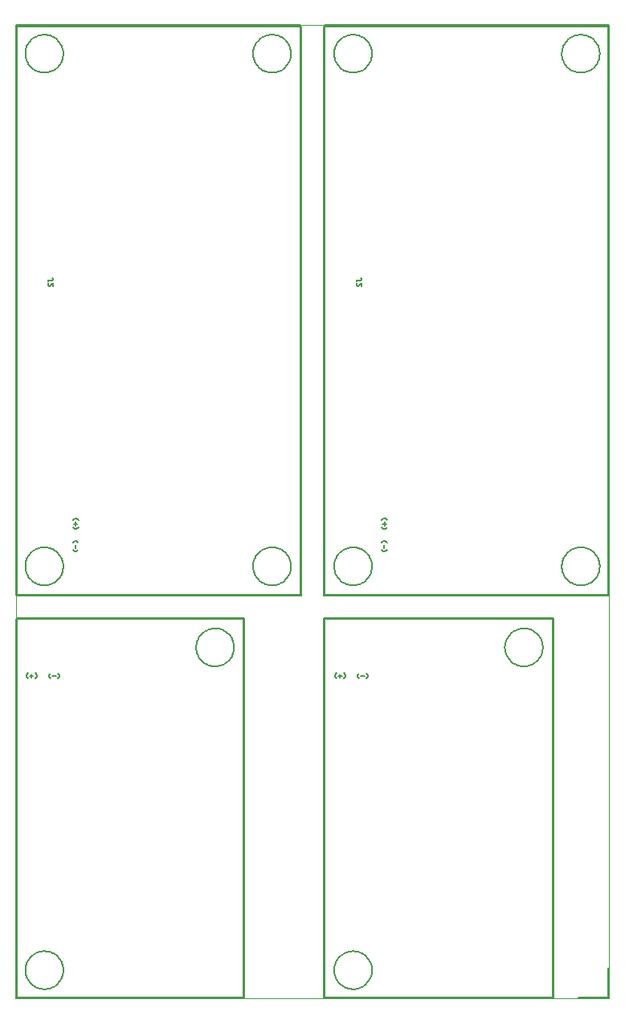
<source format=gbo>
G75*
G70*
%OFA0B0*%
%FSLAX25Y25*%
%IPPOS*%
%LPD*%
%AMOC8*
5,1,8,0,0,1.08239X$1,22.5*
%
%ADD679C,0.00800*%
X0010000Y0010000D02*
G75*
%LPD*%
D679*
X0104490Y0167480D02*
X0104490Y0010000D01*
X0010000Y0010000D01*
X0010000Y0167480D01*
X0104490Y0167480D01*
X0100550Y0155660D02*
X0100530Y0155100D01*
X0100470Y0154550D01*
X0100370Y0154010D01*
X0100240Y0153470D01*
X0100060Y0152940D01*
X0099850Y0152430D01*
X0099610Y0151930D01*
X0099330Y0151450D01*
X0099010Y0150990D01*
X0098670Y0150550D01*
X0098290Y0150140D01*
X0097890Y0149760D01*
X0097460Y0149410D01*
X0097010Y0149090D01*
X0096530Y0148800D01*
X0096040Y0148540D01*
X0095530Y0148320D01*
X0095010Y0148140D01*
X0094470Y0148000D01*
X0093920Y0147890D01*
X0093370Y0147820D01*
X0092820Y0147790D01*
X0092260Y0147800D01*
X0091710Y0147850D01*
X0091160Y0147940D01*
X0090620Y0148060D01*
X0090090Y0148230D01*
X0089570Y0148430D01*
X0089070Y0148670D01*
X0088590Y0148940D01*
X0088120Y0149240D01*
X0087680Y0149580D01*
X0087260Y0149950D01*
X0086880Y0150350D01*
X0086510Y0150770D01*
X0086180Y0151220D01*
X0085890Y0151680D01*
X0085620Y0152170D01*
X0085400Y0152680D01*
X0085200Y0153200D01*
X0085050Y0153740D01*
X0084930Y0154280D01*
X0084850Y0154830D01*
X0084810Y0155380D01*
X0084810Y0155940D01*
X0084850Y0156490D01*
X0084930Y0157040D01*
X0085050Y0157580D01*
X0085200Y0158120D01*
X0085400Y0158640D01*
X0085620Y0159150D01*
X0085890Y0159640D01*
X0086180Y0160100D01*
X0086510Y0160550D01*
X0086880Y0160970D01*
X0087260Y0161370D01*
X0087680Y0161740D01*
X0088120Y0162080D01*
X0088590Y0162380D01*
X0089070Y0162650D01*
X0089570Y0162890D01*
X0090090Y0163090D01*
X0090620Y0163260D01*
X0091160Y0163380D01*
X0091710Y0163470D01*
X0092260Y0163520D01*
X0092820Y0163530D01*
X0093370Y0163500D01*
X0093920Y0163430D01*
X0094470Y0163320D01*
X0095010Y0163180D01*
X0095530Y0163000D01*
X0096040Y0162780D01*
X0096530Y0162520D01*
X0097010Y0162230D01*
X0097460Y0161910D01*
X0097890Y0161560D01*
X0098290Y0161180D01*
X0098670Y0160770D01*
X0099010Y0160330D01*
X0099330Y0159870D01*
X0099610Y0159390D01*
X0099850Y0158890D01*
X0100060Y0158380D01*
X0100240Y0157850D01*
X0100370Y0157310D01*
X0100470Y0156770D01*
X0100530Y0156220D01*
X0100550Y0155660D01*
X0029680Y0021810D02*
X0029660Y0021250D01*
X0029600Y0020700D01*
X0029500Y0020160D01*
X0029370Y0019620D01*
X0029190Y0019090D01*
X0028980Y0018580D01*
X0028740Y0018080D01*
X0028460Y0017600D01*
X0028140Y0017140D01*
X0027800Y0016700D01*
X0027420Y0016290D01*
X0027020Y0015910D01*
X0026590Y0015560D01*
X0026140Y0015240D01*
X0025660Y0014950D01*
X0025170Y0014690D01*
X0024660Y0014470D01*
X0024140Y0014290D01*
X0023600Y0014150D01*
X0023050Y0014040D01*
X0022500Y0013970D01*
X0021950Y0013940D01*
X0021390Y0013950D01*
X0020840Y0014000D01*
X0020290Y0014090D01*
X0019750Y0014210D01*
X0019220Y0014380D01*
X0018700Y0014580D01*
X0018200Y0014820D01*
X0017720Y0015090D01*
X0017250Y0015390D01*
X0016810Y0015730D01*
X0016390Y0016100D01*
X0016010Y0016500D01*
X0015640Y0016920D01*
X0015310Y0017370D01*
X0015020Y0017830D01*
X0014750Y0018320D01*
X0014530Y0018830D01*
X0014330Y0019350D01*
X0014180Y0019890D01*
X0014060Y0020430D01*
X0013980Y0020980D01*
X0013940Y0021530D01*
X0013940Y0022090D01*
X0013980Y0022640D01*
X0014060Y0023190D01*
X0014180Y0023730D01*
X0014330Y0024270D01*
X0014530Y0024790D01*
X0014750Y0025300D01*
X0015020Y0025790D01*
X0015310Y0026250D01*
X0015640Y0026700D01*
X0016010Y0027120D01*
X0016390Y0027520D01*
X0016810Y0027890D01*
X0017250Y0028230D01*
X0017720Y0028530D01*
X0018200Y0028800D01*
X0018700Y0029040D01*
X0019220Y0029240D01*
X0019750Y0029410D01*
X0020290Y0029530D01*
X0020840Y0029620D01*
X0021390Y0029670D01*
X0021950Y0029680D01*
X0022500Y0029650D01*
X0023050Y0029580D01*
X0023600Y0029470D01*
X0024140Y0029330D01*
X0024660Y0029150D01*
X0025170Y0028930D01*
X0025660Y0028670D01*
X0026140Y0028380D01*
X0026590Y0028060D01*
X0027020Y0027710D01*
X0027420Y0027330D01*
X0027800Y0026920D01*
X0028140Y0026480D01*
X0028460Y0026020D01*
X0028740Y0025540D01*
X0028980Y0025040D01*
X0029190Y0024530D01*
X0029370Y0024000D01*
X0029500Y0023460D01*
X0029600Y0022920D01*
X0029660Y0022370D01*
X0029680Y0021810D01*
D679*
X0027350Y0142710D02*
X0028080Y0143440D01*
X0028080Y0144180D01*
X0027350Y0144910D01*
X0026600Y0143810D02*
X0025140Y0143810D01*
X0024400Y0142710D02*
X0023660Y0143440D01*
X0023660Y0144180D01*
X0024400Y0144910D01*
X0018680Y0144280D02*
X0017950Y0145010D01*
X0018680Y0144280D02*
X0018680Y0143540D01*
X0017950Y0142810D01*
X0017200Y0143910D02*
X0015740Y0143910D01*
X0016470Y0143180D02*
X0016470Y0144640D01*
X0015000Y0145010D02*
X0014260Y0144280D01*
X0014260Y0143540D01*
X0015000Y0142810D01*
D679*
X0010400Y0010400D02*
X0010400Y0167880D01*
X0010400Y0167880D02*
X0104890Y0167880D01*
X0104890Y0010400D01*
X0010400Y0010400D01*
X0010000Y0177480D02*
G75*
%LPD*%
D679*
X0128110Y0177480D02*
X0010000Y0177480D01*
X0010000Y0413700D01*
X0128110Y0413700D01*
X0128110Y0177480D01*
X0116300Y0181420D02*
X0115740Y0181440D01*
X0115190Y0181500D01*
X0114650Y0181600D01*
X0114110Y0181730D01*
X0113580Y0181910D01*
X0113070Y0182120D01*
X0112570Y0182360D01*
X0112090Y0182640D01*
X0111630Y0182960D01*
X0111190Y0183300D01*
X0110780Y0183680D01*
X0110400Y0184080D01*
X0110050Y0184510D01*
X0109730Y0184960D01*
X0109440Y0185440D01*
X0109180Y0185930D01*
X0108960Y0186440D01*
X0108780Y0186960D01*
X0108640Y0187500D01*
X0108530Y0188050D01*
X0108460Y0188600D01*
X0108430Y0189150D01*
X0108440Y0189710D01*
X0108490Y0190260D01*
X0108580Y0190810D01*
X0108700Y0191350D01*
X0108870Y0191880D01*
X0109070Y0192400D01*
X0109310Y0192900D01*
X0109580Y0193380D01*
X0109880Y0193850D01*
X0110220Y0194290D01*
X0110590Y0194710D01*
X0110990Y0195090D01*
X0111410Y0195460D01*
X0111860Y0195790D01*
X0112320Y0196080D01*
X0112810Y0196350D01*
X0113320Y0196570D01*
X0113840Y0196770D01*
X0114380Y0196920D01*
X0114920Y0197040D01*
X0115470Y0197120D01*
X0116020Y0197160D01*
X0116580Y0197160D01*
X0117130Y0197120D01*
X0117680Y0197040D01*
X0118220Y0196920D01*
X0118760Y0196770D01*
X0119280Y0196570D01*
X0119790Y0196350D01*
X0120280Y0196080D01*
X0120740Y0195790D01*
X0121190Y0195460D01*
X0121610Y0195090D01*
X0122010Y0194710D01*
X0122380Y0194290D01*
X0122720Y0193850D01*
X0123020Y0193380D01*
X0123290Y0192900D01*
X0123530Y0192400D01*
X0123730Y0191880D01*
X0123900Y0191350D01*
X0124020Y0190810D01*
X0124110Y0190260D01*
X0124160Y0189710D01*
X0124170Y0189150D01*
X0124140Y0188600D01*
X0124070Y0188050D01*
X0123960Y0187500D01*
X0123820Y0186960D01*
X0123640Y0186440D01*
X0123420Y0185930D01*
X0123160Y0185440D01*
X0122870Y0184960D01*
X0122550Y0184510D01*
X0122200Y0184080D01*
X0121820Y0183680D01*
X0121410Y0183300D01*
X0120970Y0182960D01*
X0120510Y0182640D01*
X0120030Y0182360D01*
X0119530Y0182120D01*
X0119020Y0181910D01*
X0118490Y0181730D01*
X0117950Y0181600D01*
X0117410Y0181500D01*
X0116860Y0181440D01*
X0116300Y0181420D01*
X0021810Y0181420D02*
X0021250Y0181440D01*
X0020700Y0181500D01*
X0020160Y0181600D01*
X0019620Y0181730D01*
X0019090Y0181910D01*
X0018580Y0182120D01*
X0018080Y0182360D01*
X0017600Y0182640D01*
X0017140Y0182960D01*
X0016700Y0183300D01*
X0016290Y0183680D01*
X0015910Y0184080D01*
X0015560Y0184510D01*
X0015240Y0184960D01*
X0014950Y0185440D01*
X0014690Y0185930D01*
X0014470Y0186440D01*
X0014290Y0186960D01*
X0014150Y0187500D01*
X0014040Y0188050D01*
X0013970Y0188600D01*
X0013940Y0189150D01*
X0013950Y0189710D01*
X0014000Y0190260D01*
X0014090Y0190810D01*
X0014210Y0191350D01*
X0014380Y0191880D01*
X0014580Y0192400D01*
X0014820Y0192900D01*
X0015090Y0193380D01*
X0015390Y0193850D01*
X0015730Y0194290D01*
X0016100Y0194710D01*
X0016500Y0195090D01*
X0016920Y0195460D01*
X0017370Y0195790D01*
X0017830Y0196080D01*
X0018320Y0196350D01*
X0018830Y0196570D01*
X0019350Y0196770D01*
X0019890Y0196920D01*
X0020430Y0197040D01*
X0020980Y0197120D01*
X0021530Y0197160D01*
X0022090Y0197160D01*
X0022640Y0197120D01*
X0023190Y0197040D01*
X0023730Y0196920D01*
X0024270Y0196770D01*
X0024790Y0196570D01*
X0025300Y0196350D01*
X0025790Y0196080D01*
X0026250Y0195790D01*
X0026700Y0195460D01*
X0027120Y0195090D01*
X0027520Y0194710D01*
X0027890Y0194290D01*
X0028230Y0193850D01*
X0028530Y0193380D01*
X0028800Y0192900D01*
X0029040Y0192400D01*
X0029240Y0191880D01*
X0029410Y0191350D01*
X0029530Y0190810D01*
X0029620Y0190260D01*
X0029670Y0189710D01*
X0029680Y0189150D01*
X0029650Y0188600D01*
X0029580Y0188050D01*
X0029470Y0187500D01*
X0029330Y0186960D01*
X0029150Y0186440D01*
X0028930Y0185930D01*
X0028670Y0185440D01*
X0028380Y0184960D01*
X0028060Y0184510D01*
X0027710Y0184080D01*
X0027330Y0183680D01*
X0026920Y0183300D01*
X0026480Y0182960D01*
X0026020Y0182640D01*
X0025540Y0182360D01*
X0025040Y0182120D01*
X0024530Y0181910D01*
X0024000Y0181730D01*
X0023460Y0181600D01*
X0022920Y0181500D01*
X0022370Y0181440D01*
X0021810Y0181420D01*
X0021810Y0394020D02*
X0021250Y0394040D01*
X0020700Y0394100D01*
X0020160Y0394200D01*
X0019620Y0394330D01*
X0019090Y0394510D01*
X0018580Y0394720D01*
X0018080Y0394960D01*
X0017600Y0395240D01*
X0017140Y0395560D01*
X0016700Y0395900D01*
X0016290Y0396280D01*
X0015910Y0396680D01*
X0015560Y0397110D01*
X0015240Y0397560D01*
X0014950Y0398040D01*
X0014690Y0398530D01*
X0014470Y0399040D01*
X0014290Y0399560D01*
X0014150Y0400100D01*
X0014040Y0400650D01*
X0013970Y0401200D01*
X0013940Y0401750D01*
X0013950Y0402310D01*
X0014000Y0402860D01*
X0014090Y0403410D01*
X0014210Y0403950D01*
X0014380Y0404480D01*
X0014580Y0405000D01*
X0014820Y0405500D01*
X0015090Y0405980D01*
X0015390Y0406450D01*
X0015730Y0406890D01*
X0016100Y0407310D01*
X0016500Y0407690D01*
X0016920Y0408060D01*
X0017370Y0408390D01*
X0017830Y0408680D01*
X0018320Y0408950D01*
X0018830Y0409170D01*
X0019350Y0409370D01*
X0019890Y0409520D01*
X0020430Y0409640D01*
X0020980Y0409720D01*
X0021530Y0409760D01*
X0022090Y0409760D01*
X0022640Y0409720D01*
X0023190Y0409640D01*
X0023730Y0409520D01*
X0024270Y0409370D01*
X0024790Y0409170D01*
X0025300Y0408950D01*
X0025790Y0408680D01*
X0026250Y0408390D01*
X0026700Y0408060D01*
X0027120Y0407690D01*
X0027520Y0407310D01*
X0027890Y0406890D01*
X0028230Y0406450D01*
X0028530Y0405980D01*
X0028800Y0405500D01*
X0029040Y0405000D01*
X0029240Y0404480D01*
X0029410Y0403950D01*
X0029530Y0403410D01*
X0029620Y0402860D01*
X0029670Y0402310D01*
X0029680Y0401750D01*
X0029650Y0401200D01*
X0029580Y0400650D01*
X0029470Y0400100D01*
X0029330Y0399560D01*
X0029150Y0399040D01*
X0028930Y0398530D01*
X0028670Y0398040D01*
X0028380Y0397560D01*
X0028060Y0397110D01*
X0027710Y0396680D01*
X0027330Y0396280D01*
X0026920Y0395900D01*
X0026480Y0395560D01*
X0026020Y0395240D01*
X0025540Y0394960D01*
X0025040Y0394720D01*
X0024530Y0394510D01*
X0024000Y0394330D01*
X0023460Y0394200D01*
X0022920Y0394100D01*
X0022370Y0394040D01*
X0021810Y0394020D01*
X0116300Y0394020D02*
X0115740Y0394040D01*
X0115190Y0394100D01*
X0114650Y0394200D01*
X0114110Y0394330D01*
X0113580Y0394510D01*
X0113070Y0394720D01*
X0112570Y0394960D01*
X0112090Y0395240D01*
X0111630Y0395560D01*
X0111190Y0395900D01*
X0110780Y0396280D01*
X0110400Y0396680D01*
X0110050Y0397110D01*
X0109730Y0397560D01*
X0109440Y0398040D01*
X0109180Y0398530D01*
X0108960Y0399040D01*
X0108780Y0399560D01*
X0108640Y0400100D01*
X0108530Y0400650D01*
X0108460Y0401200D01*
X0108430Y0401750D01*
X0108440Y0402310D01*
X0108490Y0402860D01*
X0108580Y0403410D01*
X0108700Y0403950D01*
X0108870Y0404480D01*
X0109070Y0405000D01*
X0109310Y0405500D01*
X0109580Y0405980D01*
X0109880Y0406450D01*
X0110220Y0406890D01*
X0110590Y0407310D01*
X0110990Y0407690D01*
X0111410Y0408060D01*
X0111860Y0408390D01*
X0112320Y0408680D01*
X0112810Y0408950D01*
X0113320Y0409170D01*
X0113840Y0409370D01*
X0114380Y0409520D01*
X0114920Y0409640D01*
X0115470Y0409720D01*
X0116020Y0409760D01*
X0116580Y0409760D01*
X0117130Y0409720D01*
X0117680Y0409640D01*
X0118220Y0409520D01*
X0118760Y0409370D01*
X0119280Y0409170D01*
X0119790Y0408950D01*
X0120280Y0408680D01*
X0120740Y0408390D01*
X0121190Y0408060D01*
X0121610Y0407690D01*
X0122010Y0407310D01*
X0122380Y0406890D01*
X0122720Y0406450D01*
X0123020Y0405980D01*
X0123290Y0405500D01*
X0123530Y0405000D01*
X0123730Y0404480D01*
X0123900Y0403950D01*
X0124020Y0403410D01*
X0124110Y0402860D01*
X0124160Y0402310D01*
X0124170Y0401750D01*
X0124140Y0401200D01*
X0124070Y0400650D01*
X0123960Y0400100D01*
X0123820Y0399560D01*
X0123640Y0399040D01*
X0123420Y0398530D01*
X0123160Y0398040D01*
X0122870Y0397560D01*
X0122550Y0397110D01*
X0122200Y0396680D01*
X0121820Y0396280D01*
X0121410Y0395900D01*
X0120970Y0395560D01*
X0120510Y0395240D01*
X0120030Y0394960D01*
X0119530Y0394720D01*
X0119020Y0394510D01*
X0118490Y0394330D01*
X0117950Y0394200D01*
X0117410Y0394100D01*
X0116860Y0394040D01*
X0116300Y0394020D01*
D679*
X0035200Y0209150D02*
X0035930Y0208410D01*
X0035200Y0209150D02*
X0034470Y0209150D01*
X0033730Y0208410D01*
X0034830Y0207670D02*
X0034830Y0206210D01*
X0034100Y0206940D02*
X0035570Y0206940D01*
X0035930Y0205460D02*
X0035200Y0204730D01*
X0034470Y0204730D01*
X0033730Y0205460D01*
X0034370Y0199750D02*
X0033630Y0199010D01*
X0034370Y0199750D02*
X0035100Y0199750D01*
X0035830Y0199010D01*
X0034730Y0198270D02*
X0034730Y0196810D01*
X0033630Y0196060D02*
X0034370Y0195330D01*
X0035100Y0195330D01*
X0035830Y0196060D01*
D679*
X0025410Y0305350D02*
X0025410Y0306680D01*
X0024080Y0305350D01*
X0023740Y0305350D01*
X0023410Y0305680D01*
X0023410Y0306350D01*
X0023740Y0306680D01*
X0023410Y0307560D02*
X0023410Y0308220D01*
X0023410Y0307890D02*
X0025080Y0307890D01*
X0025410Y0308220D01*
X0025410Y0308560D01*
X0025080Y0308890D01*
D679*
X0010400Y0177080D02*
X0010400Y0413300D01*
X0010400Y0413300D02*
X0128510Y0413300D01*
X0128510Y0413300D02*
X0128510Y0177080D01*
X0010400Y0177080D01*
X0138110Y0010000D02*
G75*
%LPD*%
D679*
X0232600Y0167480D02*
X0232600Y0010000D01*
X0138110Y0010000D01*
X0138110Y0167480D01*
X0232600Y0167480D01*
X0228660Y0155660D02*
X0228640Y0155100D01*
X0228580Y0154550D01*
X0228480Y0154010D01*
X0228350Y0153470D01*
X0228170Y0152940D01*
X0227960Y0152430D01*
X0227720Y0151930D01*
X0227440Y0151450D01*
X0227120Y0150990D01*
X0226780Y0150550D01*
X0226400Y0150140D01*
X0226000Y0149760D01*
X0225570Y0149410D01*
X0225120Y0149090D01*
X0224640Y0148800D01*
X0224150Y0148540D01*
X0223640Y0148320D01*
X0223120Y0148140D01*
X0222580Y0148000D01*
X0222030Y0147890D01*
X0221480Y0147820D01*
X0220930Y0147790D01*
X0220370Y0147800D01*
X0219820Y0147850D01*
X0219270Y0147940D01*
X0218730Y0148060D01*
X0218200Y0148230D01*
X0217680Y0148430D01*
X0217180Y0148670D01*
X0216700Y0148940D01*
X0216230Y0149240D01*
X0215790Y0149580D01*
X0215370Y0149950D01*
X0214990Y0150350D01*
X0214620Y0150770D01*
X0214290Y0151220D01*
X0214000Y0151680D01*
X0213730Y0152170D01*
X0213510Y0152680D01*
X0213310Y0153200D01*
X0213160Y0153740D01*
X0213040Y0154280D01*
X0212960Y0154830D01*
X0212920Y0155380D01*
X0212920Y0155940D01*
X0212960Y0156490D01*
X0213040Y0157040D01*
X0213160Y0157580D01*
X0213310Y0158120D01*
X0213510Y0158640D01*
X0213730Y0159150D01*
X0214000Y0159640D01*
X0214290Y0160100D01*
X0214620Y0160550D01*
X0214990Y0160970D01*
X0215370Y0161370D01*
X0215790Y0161740D01*
X0216230Y0162080D01*
X0216700Y0162380D01*
X0217180Y0162650D01*
X0217680Y0162890D01*
X0218200Y0163090D01*
X0218730Y0163260D01*
X0219270Y0163380D01*
X0219820Y0163470D01*
X0220370Y0163520D01*
X0220930Y0163530D01*
X0221480Y0163500D01*
X0222030Y0163430D01*
X0222580Y0163320D01*
X0223120Y0163180D01*
X0223640Y0163000D01*
X0224150Y0162780D01*
X0224640Y0162520D01*
X0225120Y0162230D01*
X0225570Y0161910D01*
X0226000Y0161560D01*
X0226400Y0161180D01*
X0226780Y0160770D01*
X0227120Y0160330D01*
X0227440Y0159870D01*
X0227720Y0159390D01*
X0227960Y0158890D01*
X0228170Y0158380D01*
X0228350Y0157850D01*
X0228480Y0157310D01*
X0228580Y0156770D01*
X0228640Y0156220D01*
X0228660Y0155660D01*
X0157790Y0021810D02*
X0157770Y0021250D01*
X0157710Y0020700D01*
X0157610Y0020160D01*
X0157480Y0019620D01*
X0157300Y0019090D01*
X0157090Y0018580D01*
X0156850Y0018080D01*
X0156570Y0017600D01*
X0156250Y0017140D01*
X0155910Y0016700D01*
X0155530Y0016290D01*
X0155130Y0015910D01*
X0154700Y0015560D01*
X0154250Y0015240D01*
X0153770Y0014950D01*
X0153280Y0014690D01*
X0152770Y0014470D01*
X0152250Y0014290D01*
X0151710Y0014150D01*
X0151160Y0014040D01*
X0150610Y0013970D01*
X0150060Y0013940D01*
X0149500Y0013950D01*
X0148950Y0014000D01*
X0148400Y0014090D01*
X0147860Y0014210D01*
X0147330Y0014380D01*
X0146810Y0014580D01*
X0146310Y0014820D01*
X0145830Y0015090D01*
X0145360Y0015390D01*
X0144920Y0015730D01*
X0144500Y0016100D01*
X0144120Y0016500D01*
X0143750Y0016920D01*
X0143420Y0017370D01*
X0143130Y0017830D01*
X0142860Y0018320D01*
X0142640Y0018830D01*
X0142440Y0019350D01*
X0142290Y0019890D01*
X0142170Y0020430D01*
X0142090Y0020980D01*
X0142050Y0021530D01*
X0142050Y0022090D01*
X0142090Y0022640D01*
X0142170Y0023190D01*
X0142290Y0023730D01*
X0142440Y0024270D01*
X0142640Y0024790D01*
X0142860Y0025300D01*
X0143130Y0025790D01*
X0143420Y0026250D01*
X0143750Y0026700D01*
X0144120Y0027120D01*
X0144500Y0027520D01*
X0144920Y0027890D01*
X0145360Y0028230D01*
X0145830Y0028530D01*
X0146310Y0028800D01*
X0146810Y0029040D01*
X0147330Y0029240D01*
X0147860Y0029410D01*
X0148400Y0029530D01*
X0148950Y0029620D01*
X0149500Y0029670D01*
X0150060Y0029680D01*
X0150610Y0029650D01*
X0151160Y0029580D01*
X0151710Y0029470D01*
X0152250Y0029330D01*
X0152770Y0029150D01*
X0153280Y0028930D01*
X0153770Y0028670D01*
X0154250Y0028380D01*
X0154700Y0028060D01*
X0155130Y0027710D01*
X0155530Y0027330D01*
X0155910Y0026920D01*
X0156250Y0026480D01*
X0156570Y0026020D01*
X0156850Y0025540D01*
X0157090Y0025040D01*
X0157300Y0024530D01*
X0157480Y0024000D01*
X0157610Y0023460D01*
X0157710Y0022920D01*
X0157770Y0022370D01*
X0157790Y0021810D01*
D679*
X0155460Y0142710D02*
X0156190Y0143440D01*
X0156190Y0144180D01*
X0155460Y0144910D01*
X0154710Y0143810D02*
X0153250Y0143810D01*
X0152510Y0142710D02*
X0151770Y0143440D01*
X0151770Y0144180D01*
X0152510Y0144910D01*
X0146790Y0144280D02*
X0146060Y0145010D01*
X0146790Y0144280D02*
X0146790Y0143540D01*
X0146060Y0142810D01*
X0145310Y0143910D02*
X0143850Y0143910D01*
X0144580Y0143180D02*
X0144580Y0144640D01*
X0143110Y0145010D02*
X0142370Y0144280D01*
X0142370Y0143540D01*
X0143110Y0142810D01*
D679*
X0137710Y0010400D02*
X0137710Y0167880D01*
X0233000Y0167880D01*
X0233000Y0010400D01*
X0137710Y0010400D01*
X0138110Y0177480D02*
G75*
%LPD*%
D679*
X0256220Y0177480D02*
X0138110Y0177480D01*
X0138110Y0413700D01*
X0256220Y0413700D01*
X0256220Y0177480D01*
X0244410Y0181420D02*
X0243850Y0181440D01*
X0243300Y0181500D01*
X0242760Y0181600D01*
X0242220Y0181730D01*
X0241690Y0181910D01*
X0241180Y0182120D01*
X0240680Y0182360D01*
X0240200Y0182640D01*
X0239740Y0182960D01*
X0239300Y0183300D01*
X0238890Y0183680D01*
X0238510Y0184080D01*
X0238160Y0184510D01*
X0237840Y0184960D01*
X0237550Y0185440D01*
X0237290Y0185930D01*
X0237070Y0186440D01*
X0236890Y0186960D01*
X0236750Y0187500D01*
X0236640Y0188050D01*
X0236570Y0188600D01*
X0236540Y0189150D01*
X0236550Y0189710D01*
X0236600Y0190260D01*
X0236690Y0190810D01*
X0236810Y0191350D01*
X0236980Y0191880D01*
X0237180Y0192400D01*
X0237420Y0192900D01*
X0237690Y0193380D01*
X0237990Y0193850D01*
X0238330Y0194290D01*
X0238700Y0194710D01*
X0239100Y0195090D01*
X0239520Y0195460D01*
X0239970Y0195790D01*
X0240430Y0196080D01*
X0240920Y0196350D01*
X0241430Y0196570D01*
X0241950Y0196770D01*
X0242490Y0196920D01*
X0243030Y0197040D01*
X0243580Y0197120D01*
X0244130Y0197160D01*
X0244690Y0197160D01*
X0245240Y0197120D01*
X0245790Y0197040D01*
X0246330Y0196920D01*
X0246870Y0196770D01*
X0247390Y0196570D01*
X0247900Y0196350D01*
X0248390Y0196080D01*
X0248850Y0195790D01*
X0249300Y0195460D01*
X0249720Y0195090D01*
X0250120Y0194710D01*
X0250490Y0194290D01*
X0250830Y0193850D01*
X0251130Y0193380D01*
X0251400Y0192900D01*
X0251640Y0192400D01*
X0251840Y0191880D01*
X0252010Y0191350D01*
X0252130Y0190810D01*
X0252220Y0190260D01*
X0252270Y0189710D01*
X0252280Y0189150D01*
X0252250Y0188600D01*
X0252180Y0188050D01*
X0252070Y0187500D01*
X0251930Y0186960D01*
X0251750Y0186440D01*
X0251530Y0185930D01*
X0251270Y0185440D01*
X0250980Y0184960D01*
X0250660Y0184510D01*
X0250310Y0184080D01*
X0249930Y0183680D01*
X0249520Y0183300D01*
X0249080Y0182960D01*
X0248620Y0182640D01*
X0248140Y0182360D01*
X0247640Y0182120D01*
X0247130Y0181910D01*
X0246600Y0181730D01*
X0246060Y0181600D01*
X0245520Y0181500D01*
X0244970Y0181440D01*
X0244410Y0181420D01*
X0149920Y0181420D02*
X0149360Y0181440D01*
X0148810Y0181500D01*
X0148270Y0181600D01*
X0147730Y0181730D01*
X0147200Y0181910D01*
X0146690Y0182120D01*
X0146190Y0182360D01*
X0145710Y0182640D01*
X0145250Y0182960D01*
X0144810Y0183300D01*
X0144400Y0183680D01*
X0144020Y0184080D01*
X0143670Y0184510D01*
X0143350Y0184960D01*
X0143060Y0185440D01*
X0142800Y0185930D01*
X0142580Y0186440D01*
X0142400Y0186960D01*
X0142260Y0187500D01*
X0142150Y0188050D01*
X0142080Y0188600D01*
X0142050Y0189150D01*
X0142060Y0189710D01*
X0142110Y0190260D01*
X0142200Y0190810D01*
X0142320Y0191350D01*
X0142490Y0191880D01*
X0142690Y0192400D01*
X0142930Y0192900D01*
X0143200Y0193380D01*
X0143500Y0193850D01*
X0143840Y0194290D01*
X0144210Y0194710D01*
X0144610Y0195090D01*
X0145030Y0195460D01*
X0145480Y0195790D01*
X0145940Y0196080D01*
X0146430Y0196350D01*
X0146940Y0196570D01*
X0147460Y0196770D01*
X0148000Y0196920D01*
X0148540Y0197040D01*
X0149090Y0197120D01*
X0149640Y0197160D01*
X0150200Y0197160D01*
X0150750Y0197120D01*
X0151300Y0197040D01*
X0151840Y0196920D01*
X0152380Y0196770D01*
X0152900Y0196570D01*
X0153410Y0196350D01*
X0153900Y0196080D01*
X0154360Y0195790D01*
X0154810Y0195460D01*
X0155230Y0195090D01*
X0155630Y0194710D01*
X0156000Y0194290D01*
X0156340Y0193850D01*
X0156640Y0193380D01*
X0156910Y0192900D01*
X0157150Y0192400D01*
X0157350Y0191880D01*
X0157520Y0191350D01*
X0157640Y0190810D01*
X0157730Y0190260D01*
X0157780Y0189710D01*
X0157790Y0189150D01*
X0157760Y0188600D01*
X0157690Y0188050D01*
X0157580Y0187500D01*
X0157440Y0186960D01*
X0157260Y0186440D01*
X0157040Y0185930D01*
X0156780Y0185440D01*
X0156490Y0184960D01*
X0156170Y0184510D01*
X0155820Y0184080D01*
X0155440Y0183680D01*
X0155030Y0183300D01*
X0154590Y0182960D01*
X0154130Y0182640D01*
X0153650Y0182360D01*
X0153150Y0182120D01*
X0152640Y0181910D01*
X0152110Y0181730D01*
X0151570Y0181600D01*
X0151030Y0181500D01*
X0150480Y0181440D01*
X0149920Y0181420D01*
X0149920Y0394020D02*
X0149360Y0394040D01*
X0148810Y0394100D01*
X0148270Y0394200D01*
X0147730Y0394330D01*
X0147200Y0394510D01*
X0146690Y0394720D01*
X0146190Y0394960D01*
X0145710Y0395240D01*
X0145250Y0395560D01*
X0144810Y0395900D01*
X0144400Y0396280D01*
X0144020Y0396680D01*
X0143670Y0397110D01*
X0143350Y0397560D01*
X0143060Y0398040D01*
X0142800Y0398530D01*
X0142580Y0399040D01*
X0142400Y0399560D01*
X0142260Y0400100D01*
X0142150Y0400650D01*
X0142080Y0401200D01*
X0142050Y0401750D01*
X0142060Y0402310D01*
X0142110Y0402860D01*
X0142200Y0403410D01*
X0142320Y0403950D01*
X0142490Y0404480D01*
X0142690Y0405000D01*
X0142930Y0405500D01*
X0143200Y0405980D01*
X0143500Y0406450D01*
X0143840Y0406890D01*
X0144210Y0407310D01*
X0144610Y0407690D01*
X0145030Y0408060D01*
X0145480Y0408390D01*
X0145940Y0408680D01*
X0146430Y0408950D01*
X0146940Y0409170D01*
X0147460Y0409370D01*
X0148000Y0409520D01*
X0148540Y0409640D01*
X0149090Y0409720D01*
X0149640Y0409760D01*
X0150200Y0409760D01*
X0150750Y0409720D01*
X0151300Y0409640D01*
X0151840Y0409520D01*
X0152380Y0409370D01*
X0152900Y0409170D01*
X0153410Y0408950D01*
X0153900Y0408680D01*
X0154360Y0408390D01*
X0154810Y0408060D01*
X0155230Y0407690D01*
X0155630Y0407310D01*
X0156000Y0406890D01*
X0156340Y0406450D01*
X0156640Y0405980D01*
X0156910Y0405500D01*
X0157150Y0405000D01*
X0157350Y0404480D01*
X0157520Y0403950D01*
X0157640Y0403410D01*
X0157730Y0402860D01*
X0157780Y0402310D01*
X0157790Y0401750D01*
X0157760Y0401200D01*
X0157690Y0400650D01*
X0157580Y0400100D01*
X0157440Y0399560D01*
X0157260Y0399040D01*
X0157040Y0398530D01*
X0156780Y0398040D01*
X0156490Y0397560D01*
X0156170Y0397110D01*
X0155820Y0396680D01*
X0155440Y0396280D01*
X0155030Y0395900D01*
X0154590Y0395560D01*
X0154130Y0395240D01*
X0153650Y0394960D01*
X0153150Y0394720D01*
X0152640Y0394510D01*
X0152110Y0394330D01*
X0151570Y0394200D01*
X0151030Y0394100D01*
X0150480Y0394040D01*
X0149920Y0394020D01*
X0244410Y0394020D02*
X0243850Y0394040D01*
X0243300Y0394100D01*
X0242760Y0394200D01*
X0242220Y0394330D01*
X0241690Y0394510D01*
X0241180Y0394720D01*
X0240680Y0394960D01*
X0240200Y0395240D01*
X0239740Y0395560D01*
X0239300Y0395900D01*
X0238890Y0396280D01*
X0238510Y0396680D01*
X0238160Y0397110D01*
X0237840Y0397560D01*
X0237550Y0398040D01*
X0237290Y0398530D01*
X0237070Y0399040D01*
X0236890Y0399560D01*
X0236750Y0400100D01*
X0236640Y0400650D01*
X0236570Y0401200D01*
X0236540Y0401750D01*
X0236550Y0402310D01*
X0236600Y0402860D01*
X0236690Y0403410D01*
X0236810Y0403950D01*
X0236980Y0404480D01*
X0237180Y0405000D01*
X0237420Y0405500D01*
X0237690Y0405980D01*
X0237990Y0406450D01*
X0238330Y0406890D01*
X0238700Y0407310D01*
X0239100Y0407690D01*
X0239520Y0408060D01*
X0239970Y0408390D01*
X0240430Y0408680D01*
X0240920Y0408950D01*
X0241430Y0409170D01*
X0241950Y0409370D01*
X0242490Y0409520D01*
X0243030Y0409640D01*
X0243580Y0409720D01*
X0244130Y0409760D01*
X0244690Y0409760D01*
X0245240Y0409720D01*
X0245790Y0409640D01*
X0246330Y0409520D01*
X0246870Y0409370D01*
X0247390Y0409170D01*
X0247900Y0408950D01*
X0248390Y0408680D01*
X0248850Y0408390D01*
X0249300Y0408060D01*
X0249720Y0407690D01*
X0250120Y0407310D01*
X0250490Y0406890D01*
X0250830Y0406450D01*
X0251130Y0405980D01*
X0251400Y0405500D01*
X0251640Y0405000D01*
X0251840Y0404480D01*
X0252010Y0403950D01*
X0252130Y0403410D01*
X0252220Y0402860D01*
X0252270Y0402310D01*
X0252280Y0401750D01*
X0252250Y0401200D01*
X0252180Y0400650D01*
X0252070Y0400100D01*
X0251930Y0399560D01*
X0251750Y0399040D01*
X0251530Y0398530D01*
X0251270Y0398040D01*
X0250980Y0397560D01*
X0250660Y0397110D01*
X0250310Y0396680D01*
X0249930Y0396280D01*
X0249520Y0395900D01*
X0249080Y0395560D01*
X0248620Y0395240D01*
X0248140Y0394960D01*
X0247640Y0394720D01*
X0247130Y0394510D01*
X0246600Y0394330D01*
X0246060Y0394200D01*
X0245520Y0394100D01*
X0244970Y0394040D01*
X0244410Y0394020D01*
D679*
X0163310Y0209150D02*
X0164040Y0208410D01*
X0163310Y0209150D02*
X0162580Y0209150D01*
X0161840Y0208410D01*
X0162940Y0207670D02*
X0162940Y0206210D01*
X0162210Y0206940D02*
X0163680Y0206940D01*
X0164040Y0205460D02*
X0163310Y0204730D01*
X0162580Y0204730D01*
X0161840Y0205460D01*
X0162480Y0199750D02*
X0161740Y0199010D01*
X0162480Y0199750D02*
X0163210Y0199750D01*
X0163940Y0199010D01*
X0162840Y0198270D02*
X0162840Y0196810D01*
X0161740Y0196060D02*
X0162480Y0195330D01*
X0163210Y0195330D01*
X0163940Y0196060D01*
D679*
X0153520Y0305350D02*
X0153520Y0306680D01*
X0152190Y0305350D01*
X0151850Y0305350D01*
X0151520Y0305680D01*
X0151520Y0306350D01*
X0151850Y0306680D01*
X0151520Y0307560D02*
X0151520Y0308220D01*
X0151520Y0307890D02*
X0153190Y0307890D01*
X0153520Y0308220D01*
X0153520Y0308560D01*
X0153190Y0308890D01*
D679*
X0137710Y0177080D02*
X0137710Y0413300D01*
X0255820Y0413300D01*
X0255820Y0413300D02*
X0255820Y0177080D01*
X0255820Y0177080D02*
X0137710Y0177080D01*
D679*
X0022900Y0010400D02*
X0010400Y0010400D01*
X0010400Y0022900D01*
X0255820Y0022900D02*
X0255820Y0010400D01*
X0243320Y0010400D01*
X0243320Y0413300D02*
X0255820Y0413300D01*
X0255820Y0400800D01*
X0010400Y0400800D02*
X0010400Y0413300D01*
X0022900Y0413300D01*
%ADD10C,0.00100*%
D10*
X0010000Y0010000D02*
X0010000Y0413700D01*
X0256220Y0413700D01*
X0256220Y0010000D01*
X0010000Y0010000D01*
M02*

</source>
